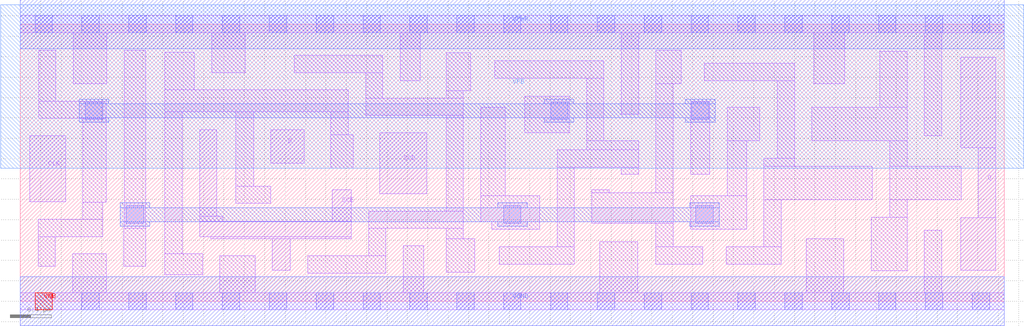
<source format=lef>
# Copyright 2020 The SkyWater PDK Authors
#
# Licensed under the Apache License, Version 2.0 (the "License");
# you may not use this file except in compliance with the License.
# You may obtain a copy of the License at
#
#     https://www.apache.org/licenses/LICENSE-2.0
#
# Unless required by applicable law or agreed to in writing, software
# distributed under the License is distributed on an "AS IS" BASIS,
# WITHOUT WARRANTIES OR CONDITIONS OF ANY KIND, either express or implied.
# See the License for the specific language governing permissions and
# limitations under the License.
#
# SPDX-License-Identifier: Apache-2.0

VERSION 5.7 ;
  NOWIREEXTENSIONATPIN ON ;
  DIVIDERCHAR "/" ;
  BUSBITCHARS "[]" ;
MACRO sky130_fd_sc_hd__sdfxtp_1
  CLASS CORE ;
  FOREIGN sky130_fd_sc_hd__sdfxtp_1 ;
  ORIGIN  0.000000  0.000000 ;
  SIZE  9.660000 BY  2.720000 ;
  SYMMETRY X Y R90 ;
  SITE unithd ;
  PIN D
    ANTENNAGATEAREA  0.159000 ;
    DIRECTION INPUT ;
    USE SIGNAL ;
    PORT
      LAYER li1 ;
        RECT 2.460000 1.355000 2.790000 1.685000 ;
    END
  END D
  PIN Q
    ANTENNADIFFAREA  0.429000 ;
    DIRECTION OUTPUT ;
    USE SIGNAL ;
    PORT
      LAYER li1 ;
        RECT 9.230000 0.305000 9.575000 0.820000 ;
        RECT 9.230000 1.505000 9.575000 2.395000 ;
        RECT 9.405000 0.820000 9.575000 1.505000 ;
    END
  END Q
  PIN SCD
    ANTENNAGATEAREA  0.159000 ;
    DIRECTION INPUT ;
    USE SIGNAL ;
    PORT
      LAYER li1 ;
        RECT 3.530000 1.055000 3.990000 1.655000 ;
    END
  END SCD
  PIN SCE
    ANTENNAGATEAREA  0.318000 ;
    DIRECTION INPUT ;
    USE SIGNAL ;
    PORT
      LAYER li1 ;
        RECT 1.760000 0.635000 3.250000 0.785000 ;
        RECT 1.760000 0.785000 1.990000 0.835000 ;
        RECT 1.760000 0.835000 1.930000 1.685000 ;
        RECT 1.870000 0.615000 3.250000 0.635000 ;
        RECT 2.475000 0.305000 2.650000 0.615000 ;
        RECT 3.065000 0.785000 3.250000 1.095000 ;
    END
  END SCE
  PIN CLK
    ANTENNAGATEAREA  0.159000 ;
    DIRECTION INPUT ;
    USE CLOCK ;
    PORT
      LAYER li1 ;
        RECT 0.095000 0.975000 0.445000 1.625000 ;
    END
  END CLK
  PIN VGND
    DIRECTION INOUT ;
    SHAPE ABUTMENT ;
    USE GROUND ;
    PORT
      LAYER met1 ;
        RECT 0.000000 -0.240000 9.660000 0.240000 ;
    END
  END VGND
  PIN VNB
    DIRECTION INOUT ;
    USE GROUND ;
    PORT
      LAYER pwell ;
        RECT 0.145000 -0.085000 0.315000 0.085000 ;
    END
  END VNB
  PIN VPB
    DIRECTION INOUT ;
    USE POWER ;
    PORT
      LAYER nwell ;
        RECT -0.190000 1.305000 9.850000 2.910000 ;
    END
  END VPB
  PIN VPWR
    DIRECTION INOUT ;
    SHAPE ABUTMENT ;
    USE POWER ;
    PORT
      LAYER met1 ;
        RECT 0.000000 2.480000 9.660000 2.960000 ;
    END
  END VPWR
  OBS
    LAYER li1 ;
      RECT 0.000000 -0.085000 9.660000 0.085000 ;
      RECT 0.000000  2.635000 9.660000 2.805000 ;
      RECT 0.175000  0.345000 0.345000 0.635000 ;
      RECT 0.175000  0.635000 0.810000 0.805000 ;
      RECT 0.180000  1.795000 0.845000 1.965000 ;
      RECT 0.180000  1.965000 0.350000 2.465000 ;
      RECT 0.515000  0.085000 0.845000 0.465000 ;
      RECT 0.520000  2.135000 0.850000 2.635000 ;
      RECT 0.615000  0.805000 0.810000 0.970000 ;
      RECT 0.615000  0.970000 0.845000 1.795000 ;
      RECT 1.015000  0.345000 1.230000 0.715000 ;
      RECT 1.020000  0.715000 1.230000 2.465000 ;
      RECT 1.420000  0.260000 1.790000 0.465000 ;
      RECT 1.420000  0.465000 1.590000 1.860000 ;
      RECT 1.420000  1.860000 3.220000 2.075000 ;
      RECT 1.420000  2.075000 1.710000 2.445000 ;
      RECT 1.880000  2.245000 2.210000 2.635000 ;
      RECT 1.960000  0.085000 2.305000 0.445000 ;
      RECT 2.115000  0.960000 2.460000 1.130000 ;
      RECT 2.115000  1.130000 2.290000 1.860000 ;
      RECT 2.690000  2.245000 3.560000 2.415000 ;
      RECT 2.820000  0.275000 3.590000 0.445000 ;
      RECT 3.050000  1.305000 3.270000 1.635000 ;
      RECT 3.050000  1.635000 3.220000 1.860000 ;
      RECT 3.390000  1.825000 4.350000 1.995000 ;
      RECT 3.390000  1.995000 3.560000 2.245000 ;
      RECT 3.420000  0.445000 3.590000 0.715000 ;
      RECT 3.420000  0.715000 4.350000 0.885000 ;
      RECT 3.730000  2.165000 3.925000 2.635000 ;
      RECT 3.760000  0.085000 3.960000 0.545000 ;
      RECT 4.180000  0.285000 4.460000 0.615000 ;
      RECT 4.180000  0.615000 4.350000 0.715000 ;
      RECT 4.180000  0.885000 4.350000 1.825000 ;
      RECT 4.180000  1.995000 4.350000 2.065000 ;
      RECT 4.180000  2.065000 4.420000 2.440000 ;
      RECT 4.520000  0.780000 5.100000 1.035000 ;
      RECT 4.520000  1.035000 4.760000 1.905000 ;
      RECT 4.630000  0.705000 5.100000 0.780000 ;
      RECT 4.660000  2.190000 5.730000 2.360000 ;
      RECT 4.700000  0.365000 5.440000 0.535000 ;
      RECT 4.950000  1.655000 5.390000 2.010000 ;
      RECT 5.270000  0.535000 5.440000 1.315000 ;
      RECT 5.270000  1.315000 6.070000 1.485000 ;
      RECT 5.560000  1.485000 6.070000 1.575000 ;
      RECT 5.560000  1.575000 5.730000 2.190000 ;
      RECT 5.610000  0.765000 6.410000 1.065000 ;
      RECT 5.610000  1.065000 5.780000 1.095000 ;
      RECT 5.690000  0.085000 6.060000 0.585000 ;
      RECT 5.900000  1.245000 6.070000 1.315000 ;
      RECT 5.900000  1.835000 6.070000 2.635000 ;
      RECT 6.240000  0.365000 6.700000 0.535000 ;
      RECT 6.240000  0.535000 6.410000 0.765000 ;
      RECT 6.240000  1.065000 6.410000 2.135000 ;
      RECT 6.240000  2.135000 6.490000 2.465000 ;
      RECT 6.580000  0.705000 7.130000 1.035000 ;
      RECT 6.580000  1.245000 6.770000 1.965000 ;
      RECT 6.715000  2.165000 7.600000 2.335000 ;
      RECT 6.930000  0.365000 7.470000 0.535000 ;
      RECT 6.940000  1.035000 7.130000 1.575000 ;
      RECT 6.940000  1.575000 7.260000 1.905000 ;
      RECT 7.300000  0.535000 7.470000 0.995000 ;
      RECT 7.300000  0.995000 8.365000 1.325000 ;
      RECT 7.300000  1.325000 7.600000 1.405000 ;
      RECT 7.430000  1.405000 7.600000 2.165000 ;
      RECT 7.715000  0.085000 8.085000 0.615000 ;
      RECT 7.770000  1.575000 8.705000 1.905000 ;
      RECT 7.790000  2.135000 8.095000 2.635000 ;
      RECT 8.355000  0.300000 8.705000 0.825000 ;
      RECT 8.435000  1.905000 8.705000 2.455000 ;
      RECT 8.535000  0.825000 8.705000 0.995000 ;
      RECT 8.535000  0.995000 9.235000 1.325000 ;
      RECT 8.535000  1.325000 8.705000 1.575000 ;
      RECT 8.875000  0.085000 9.045000 0.695000 ;
      RECT 8.875000  1.625000 9.045000 2.635000 ;
    LAYER mcon ;
      RECT 0.145000 -0.085000 0.315000 0.085000 ;
      RECT 0.145000  2.635000 0.315000 2.805000 ;
      RECT 0.605000 -0.085000 0.775000 0.085000 ;
      RECT 0.605000  2.635000 0.775000 2.805000 ;
      RECT 0.640000  1.785000 0.810000 1.955000 ;
      RECT 1.040000  0.765000 1.210000 0.935000 ;
      RECT 1.065000 -0.085000 1.235000 0.085000 ;
      RECT 1.065000  2.635000 1.235000 2.805000 ;
      RECT 1.525000 -0.085000 1.695000 0.085000 ;
      RECT 1.525000  2.635000 1.695000 2.805000 ;
      RECT 1.985000 -0.085000 2.155000 0.085000 ;
      RECT 1.985000  2.635000 2.155000 2.805000 ;
      RECT 2.445000 -0.085000 2.615000 0.085000 ;
      RECT 2.445000  2.635000 2.615000 2.805000 ;
      RECT 2.905000 -0.085000 3.075000 0.085000 ;
      RECT 2.905000  2.635000 3.075000 2.805000 ;
      RECT 3.365000 -0.085000 3.535000 0.085000 ;
      RECT 3.365000  2.635000 3.535000 2.805000 ;
      RECT 3.825000 -0.085000 3.995000 0.085000 ;
      RECT 3.825000  2.635000 3.995000 2.805000 ;
      RECT 4.285000 -0.085000 4.455000 0.085000 ;
      RECT 4.285000  2.635000 4.455000 2.805000 ;
      RECT 4.745000 -0.085000 4.915000 0.085000 ;
      RECT 4.745000  0.765000 4.915000 0.935000 ;
      RECT 4.745000  2.635000 4.915000 2.805000 ;
      RECT 5.205000 -0.085000 5.375000 0.085000 ;
      RECT 5.205000  1.785000 5.375000 1.955000 ;
      RECT 5.205000  2.635000 5.375000 2.805000 ;
      RECT 5.665000 -0.085000 5.835000 0.085000 ;
      RECT 5.665000  2.635000 5.835000 2.805000 ;
      RECT 6.125000 -0.085000 6.295000 0.085000 ;
      RECT 6.125000  2.635000 6.295000 2.805000 ;
      RECT 6.585000 -0.085000 6.755000 0.085000 ;
      RECT 6.585000  2.635000 6.755000 2.805000 ;
      RECT 6.590000  1.785000 6.760000 1.955000 ;
      RECT 6.630000  0.765000 6.800000 0.935000 ;
      RECT 7.045000 -0.085000 7.215000 0.085000 ;
      RECT 7.045000  2.635000 7.215000 2.805000 ;
      RECT 7.505000 -0.085000 7.675000 0.085000 ;
      RECT 7.505000  2.635000 7.675000 2.805000 ;
      RECT 7.965000 -0.085000 8.135000 0.085000 ;
      RECT 7.965000  2.635000 8.135000 2.805000 ;
      RECT 8.425000 -0.085000 8.595000 0.085000 ;
      RECT 8.425000  2.635000 8.595000 2.805000 ;
      RECT 8.885000 -0.085000 9.055000 0.085000 ;
      RECT 8.885000  2.635000 9.055000 2.805000 ;
      RECT 9.345000 -0.085000 9.515000 0.085000 ;
      RECT 9.345000  2.635000 9.515000 2.805000 ;
    LAYER met1 ;
      RECT 0.580000 1.755000 0.870000 1.800000 ;
      RECT 0.580000 1.800000 6.820000 1.940000 ;
      RECT 0.580000 1.940000 0.870000 1.985000 ;
      RECT 0.980000 0.735000 1.270000 0.780000 ;
      RECT 0.980000 0.780000 6.860000 0.920000 ;
      RECT 0.980000 0.920000 1.270000 0.965000 ;
      RECT 4.685000 0.735000 4.975000 0.780000 ;
      RECT 4.685000 0.920000 4.975000 0.965000 ;
      RECT 5.145000 1.755000 5.435000 1.800000 ;
      RECT 5.145000 1.940000 5.435000 1.985000 ;
      RECT 6.530000 1.755000 6.820000 1.800000 ;
      RECT 6.530000 1.940000 6.820000 1.985000 ;
      RECT 6.570000 0.735000 6.860000 0.780000 ;
      RECT 6.570000 0.920000 6.860000 0.965000 ;
  END
END sky130_fd_sc_hd__sdfxtp_1
END LIBRARY

</source>
